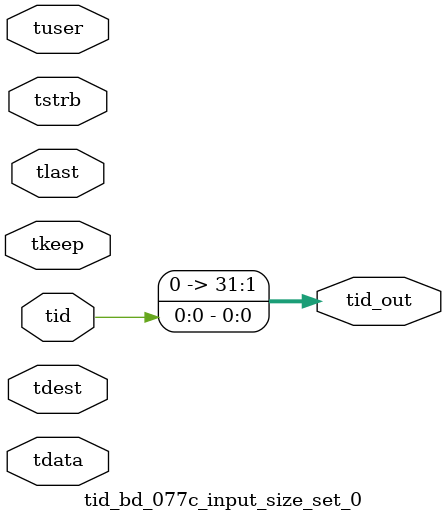
<source format=v>


`timescale 1ps/1ps

module tid_bd_077c_input_size_set_0 #
(
parameter C_S_AXIS_TID_WIDTH   = 1,
parameter C_S_AXIS_TUSER_WIDTH = 0,
parameter C_S_AXIS_TDATA_WIDTH = 0,
parameter C_S_AXIS_TDEST_WIDTH = 0,
parameter C_M_AXIS_TID_WIDTH   = 32
)
(
input  [(C_S_AXIS_TID_WIDTH   == 0 ? 1 : C_S_AXIS_TID_WIDTH)-1:0       ] tid,
input  [(C_S_AXIS_TDATA_WIDTH == 0 ? 1 : C_S_AXIS_TDATA_WIDTH)-1:0     ] tdata,
input  [(C_S_AXIS_TUSER_WIDTH == 0 ? 1 : C_S_AXIS_TUSER_WIDTH)-1:0     ] tuser,
input  [(C_S_AXIS_TDEST_WIDTH == 0 ? 1 : C_S_AXIS_TDEST_WIDTH)-1:0     ] tdest,
input  [(C_S_AXIS_TDATA_WIDTH/8)-1:0 ] tkeep,
input  [(C_S_AXIS_TDATA_WIDTH/8)-1:0 ] tstrb,
input                                                                    tlast,
output [(C_M_AXIS_TID_WIDTH   == 0 ? 1 : C_M_AXIS_TID_WIDTH)-1:0       ] tid_out
);

assign tid_out = {tid[0:0]};

endmodule


</source>
